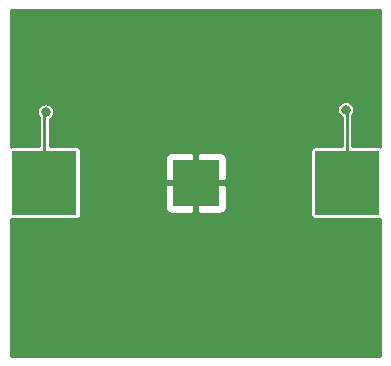
<source format=gbr>
%TF.GenerationSoftware,KiCad,Pcbnew,(5.1.6)-1*%
%TF.CreationDate,2020-09-29T22:59:59+05:30*%
%TF.ProjectId,GettingToBlinky5.0,47657474-696e-4675-946f-426c696e6b79,rev?*%
%TF.SameCoordinates,Original*%
%TF.FileFunction,Copper,L2,Bot*%
%TF.FilePolarity,Positive*%
%FSLAX46Y46*%
G04 Gerber Fmt 4.6, Leading zero omitted, Abs format (unit mm)*
G04 Created by KiCad (PCBNEW (5.1.6)-1) date 2020-09-29 22:59:59*
%MOMM*%
%LPD*%
G01*
G04 APERTURE LIST*
%TA.AperFunction,SMDPad,CuDef*%
%ADD10R,5.500000X5.500000*%
%TD*%
%TA.AperFunction,SMDPad,CuDef*%
%ADD11R,4.000000X4.000000*%
%TD*%
%TA.AperFunction,ViaPad*%
%ADD12C,0.800000*%
%TD*%
%TA.AperFunction,Conductor*%
%ADD13C,0.250000*%
%TD*%
G04 APERTURE END LIST*
D10*
%TO.P,BT1,1*%
%TO.N,Net-(BT1-Pad1)*%
X179800000Y-106500000D03*
D11*
%TO.P,BT1,2*%
%TO.N,GND*%
X167000000Y-106500000D03*
D10*
%TO.P,BT1,1*%
%TO.N,Net-(BT1-Pad1)*%
X154200000Y-106500000D03*
%TD*%
D12*
%TO.N,Net-(BT1-Pad1)*%
X154300000Y-100500000D03*
X179700000Y-100300000D03*
%TO.N,GND*%
X161000000Y-116000000D03*
X161000000Y-100000000D03*
X165000000Y-101000000D03*
%TD*%
D13*
%TO.N,Net-(BT1-Pad1)*%
X154200000Y-106500000D02*
X154200000Y-100600000D01*
X154200000Y-100600000D02*
X154300000Y-100500000D01*
X179800000Y-106500000D02*
X179800000Y-100400000D01*
X179800000Y-100400000D02*
X179700000Y-100300000D01*
%TO.N,GND*%
X167000000Y-110000000D02*
X167000000Y-106500000D01*
X161000000Y-116000000D02*
X167000000Y-110000000D01*
%TD*%
%TO.N,GND*%
G36*
X182650001Y-103440711D02*
G01*
X182613711Y-103429703D01*
X182550000Y-103423428D01*
X180250000Y-103423428D01*
X180250000Y-100775305D01*
X180263144Y-100762161D01*
X180342487Y-100643416D01*
X180397139Y-100511475D01*
X180425000Y-100371406D01*
X180425000Y-100228594D01*
X180397139Y-100088525D01*
X180342487Y-99956584D01*
X180263144Y-99837839D01*
X180162161Y-99736856D01*
X180043416Y-99657513D01*
X179911475Y-99602861D01*
X179771406Y-99575000D01*
X179628594Y-99575000D01*
X179488525Y-99602861D01*
X179356584Y-99657513D01*
X179237839Y-99736856D01*
X179136856Y-99837839D01*
X179057513Y-99956584D01*
X179002861Y-100088525D01*
X178975000Y-100228594D01*
X178975000Y-100371406D01*
X179002861Y-100511475D01*
X179057513Y-100643416D01*
X179136856Y-100762161D01*
X179237839Y-100863144D01*
X179350001Y-100938088D01*
X179350001Y-103423428D01*
X177050000Y-103423428D01*
X176986289Y-103429703D01*
X176925026Y-103448287D01*
X176868566Y-103478465D01*
X176819079Y-103519079D01*
X176778465Y-103568566D01*
X176748287Y-103625026D01*
X176729703Y-103686289D01*
X176723428Y-103750000D01*
X176723428Y-109250000D01*
X176729703Y-109313711D01*
X176748287Y-109374974D01*
X176778465Y-109431434D01*
X176819079Y-109480921D01*
X176868566Y-109521535D01*
X176925026Y-109551713D01*
X176986289Y-109570297D01*
X177050000Y-109576572D01*
X182550000Y-109576572D01*
X182613711Y-109570297D01*
X182650000Y-109559289D01*
X182650000Y-121150000D01*
X151350000Y-121150000D01*
X151350000Y-109559289D01*
X151386289Y-109570297D01*
X151450000Y-109576572D01*
X156950000Y-109576572D01*
X157013711Y-109570297D01*
X157074974Y-109551713D01*
X157131434Y-109521535D01*
X157180921Y-109480921D01*
X157221535Y-109431434D01*
X157251713Y-109374974D01*
X157270297Y-109313711D01*
X157276572Y-109250000D01*
X157276572Y-108500000D01*
X164363937Y-108500000D01*
X164376159Y-108624090D01*
X164412354Y-108743411D01*
X164471133Y-108853378D01*
X164550236Y-108949764D01*
X164646622Y-109028867D01*
X164756589Y-109087646D01*
X164875910Y-109123841D01*
X165000000Y-109136063D01*
X166712750Y-109133000D01*
X166871000Y-108974750D01*
X166871000Y-106629000D01*
X167129000Y-106629000D01*
X167129000Y-108974750D01*
X167287250Y-109133000D01*
X169000000Y-109136063D01*
X169124090Y-109123841D01*
X169243411Y-109087646D01*
X169353378Y-109028867D01*
X169449764Y-108949764D01*
X169528867Y-108853378D01*
X169587646Y-108743411D01*
X169623841Y-108624090D01*
X169636063Y-108500000D01*
X169633000Y-106787250D01*
X169474750Y-106629000D01*
X167129000Y-106629000D01*
X166871000Y-106629000D01*
X164525250Y-106629000D01*
X164367000Y-106787250D01*
X164363937Y-108500000D01*
X157276572Y-108500000D01*
X157276572Y-104500000D01*
X164363937Y-104500000D01*
X164367000Y-106212750D01*
X164525250Y-106371000D01*
X166871000Y-106371000D01*
X166871000Y-104025250D01*
X167129000Y-104025250D01*
X167129000Y-106371000D01*
X169474750Y-106371000D01*
X169633000Y-106212750D01*
X169636063Y-104500000D01*
X169623841Y-104375910D01*
X169587646Y-104256589D01*
X169528867Y-104146622D01*
X169449764Y-104050236D01*
X169353378Y-103971133D01*
X169243411Y-103912354D01*
X169124090Y-103876159D01*
X169000000Y-103863937D01*
X167287250Y-103867000D01*
X167129000Y-104025250D01*
X166871000Y-104025250D01*
X166712750Y-103867000D01*
X165000000Y-103863937D01*
X164875910Y-103876159D01*
X164756589Y-103912354D01*
X164646622Y-103971133D01*
X164550236Y-104050236D01*
X164471133Y-104146622D01*
X164412354Y-104256589D01*
X164376159Y-104375910D01*
X164363937Y-104500000D01*
X157276572Y-104500000D01*
X157276572Y-103750000D01*
X157270297Y-103686289D01*
X157251713Y-103625026D01*
X157221535Y-103568566D01*
X157180921Y-103519079D01*
X157131434Y-103478465D01*
X157074974Y-103448287D01*
X157013711Y-103429703D01*
X156950000Y-103423428D01*
X154650000Y-103423428D01*
X154650000Y-101138088D01*
X154762161Y-101063144D01*
X154863144Y-100962161D01*
X154942487Y-100843416D01*
X154997139Y-100711475D01*
X155025000Y-100571406D01*
X155025000Y-100428594D01*
X154997139Y-100288525D01*
X154942487Y-100156584D01*
X154863144Y-100037839D01*
X154762161Y-99936856D01*
X154643416Y-99857513D01*
X154511475Y-99802861D01*
X154371406Y-99775000D01*
X154228594Y-99775000D01*
X154088525Y-99802861D01*
X153956584Y-99857513D01*
X153837839Y-99936856D01*
X153736856Y-100037839D01*
X153657513Y-100156584D01*
X153602861Y-100288525D01*
X153575000Y-100428594D01*
X153575000Y-100571406D01*
X153602861Y-100711475D01*
X153657513Y-100843416D01*
X153736856Y-100962161D01*
X153750001Y-100975306D01*
X153750001Y-103423428D01*
X151450000Y-103423428D01*
X151386289Y-103429703D01*
X151350000Y-103440711D01*
X151350000Y-91850000D01*
X182650001Y-91850000D01*
X182650001Y-103440711D01*
G37*
X182650001Y-103440711D02*
X182613711Y-103429703D01*
X182550000Y-103423428D01*
X180250000Y-103423428D01*
X180250000Y-100775305D01*
X180263144Y-100762161D01*
X180342487Y-100643416D01*
X180397139Y-100511475D01*
X180425000Y-100371406D01*
X180425000Y-100228594D01*
X180397139Y-100088525D01*
X180342487Y-99956584D01*
X180263144Y-99837839D01*
X180162161Y-99736856D01*
X180043416Y-99657513D01*
X179911475Y-99602861D01*
X179771406Y-99575000D01*
X179628594Y-99575000D01*
X179488525Y-99602861D01*
X179356584Y-99657513D01*
X179237839Y-99736856D01*
X179136856Y-99837839D01*
X179057513Y-99956584D01*
X179002861Y-100088525D01*
X178975000Y-100228594D01*
X178975000Y-100371406D01*
X179002861Y-100511475D01*
X179057513Y-100643416D01*
X179136856Y-100762161D01*
X179237839Y-100863144D01*
X179350001Y-100938088D01*
X179350001Y-103423428D01*
X177050000Y-103423428D01*
X176986289Y-103429703D01*
X176925026Y-103448287D01*
X176868566Y-103478465D01*
X176819079Y-103519079D01*
X176778465Y-103568566D01*
X176748287Y-103625026D01*
X176729703Y-103686289D01*
X176723428Y-103750000D01*
X176723428Y-109250000D01*
X176729703Y-109313711D01*
X176748287Y-109374974D01*
X176778465Y-109431434D01*
X176819079Y-109480921D01*
X176868566Y-109521535D01*
X176925026Y-109551713D01*
X176986289Y-109570297D01*
X177050000Y-109576572D01*
X182550000Y-109576572D01*
X182613711Y-109570297D01*
X182650000Y-109559289D01*
X182650000Y-121150000D01*
X151350000Y-121150000D01*
X151350000Y-109559289D01*
X151386289Y-109570297D01*
X151450000Y-109576572D01*
X156950000Y-109576572D01*
X157013711Y-109570297D01*
X157074974Y-109551713D01*
X157131434Y-109521535D01*
X157180921Y-109480921D01*
X157221535Y-109431434D01*
X157251713Y-109374974D01*
X157270297Y-109313711D01*
X157276572Y-109250000D01*
X157276572Y-108500000D01*
X164363937Y-108500000D01*
X164376159Y-108624090D01*
X164412354Y-108743411D01*
X164471133Y-108853378D01*
X164550236Y-108949764D01*
X164646622Y-109028867D01*
X164756589Y-109087646D01*
X164875910Y-109123841D01*
X165000000Y-109136063D01*
X166712750Y-109133000D01*
X166871000Y-108974750D01*
X166871000Y-106629000D01*
X167129000Y-106629000D01*
X167129000Y-108974750D01*
X167287250Y-109133000D01*
X169000000Y-109136063D01*
X169124090Y-109123841D01*
X169243411Y-109087646D01*
X169353378Y-109028867D01*
X169449764Y-108949764D01*
X169528867Y-108853378D01*
X169587646Y-108743411D01*
X169623841Y-108624090D01*
X169636063Y-108500000D01*
X169633000Y-106787250D01*
X169474750Y-106629000D01*
X167129000Y-106629000D01*
X166871000Y-106629000D01*
X164525250Y-106629000D01*
X164367000Y-106787250D01*
X164363937Y-108500000D01*
X157276572Y-108500000D01*
X157276572Y-104500000D01*
X164363937Y-104500000D01*
X164367000Y-106212750D01*
X164525250Y-106371000D01*
X166871000Y-106371000D01*
X166871000Y-104025250D01*
X167129000Y-104025250D01*
X167129000Y-106371000D01*
X169474750Y-106371000D01*
X169633000Y-106212750D01*
X169636063Y-104500000D01*
X169623841Y-104375910D01*
X169587646Y-104256589D01*
X169528867Y-104146622D01*
X169449764Y-104050236D01*
X169353378Y-103971133D01*
X169243411Y-103912354D01*
X169124090Y-103876159D01*
X169000000Y-103863937D01*
X167287250Y-103867000D01*
X167129000Y-104025250D01*
X166871000Y-104025250D01*
X166712750Y-103867000D01*
X165000000Y-103863937D01*
X164875910Y-103876159D01*
X164756589Y-103912354D01*
X164646622Y-103971133D01*
X164550236Y-104050236D01*
X164471133Y-104146622D01*
X164412354Y-104256589D01*
X164376159Y-104375910D01*
X164363937Y-104500000D01*
X157276572Y-104500000D01*
X157276572Y-103750000D01*
X157270297Y-103686289D01*
X157251713Y-103625026D01*
X157221535Y-103568566D01*
X157180921Y-103519079D01*
X157131434Y-103478465D01*
X157074974Y-103448287D01*
X157013711Y-103429703D01*
X156950000Y-103423428D01*
X154650000Y-103423428D01*
X154650000Y-101138088D01*
X154762161Y-101063144D01*
X154863144Y-100962161D01*
X154942487Y-100843416D01*
X154997139Y-100711475D01*
X155025000Y-100571406D01*
X155025000Y-100428594D01*
X154997139Y-100288525D01*
X154942487Y-100156584D01*
X154863144Y-100037839D01*
X154762161Y-99936856D01*
X154643416Y-99857513D01*
X154511475Y-99802861D01*
X154371406Y-99775000D01*
X154228594Y-99775000D01*
X154088525Y-99802861D01*
X153956584Y-99857513D01*
X153837839Y-99936856D01*
X153736856Y-100037839D01*
X153657513Y-100156584D01*
X153602861Y-100288525D01*
X153575000Y-100428594D01*
X153575000Y-100571406D01*
X153602861Y-100711475D01*
X153657513Y-100843416D01*
X153736856Y-100962161D01*
X153750001Y-100975306D01*
X153750001Y-103423428D01*
X151450000Y-103423428D01*
X151386289Y-103429703D01*
X151350000Y-103440711D01*
X151350000Y-91850000D01*
X182650001Y-91850000D01*
X182650001Y-103440711D01*
%TD*%
M02*

</source>
